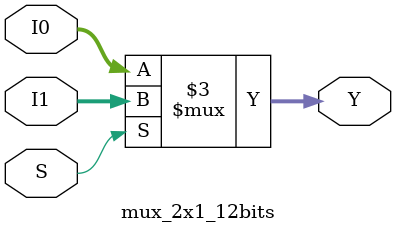
<source format=v>
module mux_2x1_12bits(output reg [11:0] Y, input S, input [11:0] I1, I0);
	always @ (S, I1, I0)
		if(S) Y = I1;
		else Y = I0;
endmodule
</source>
